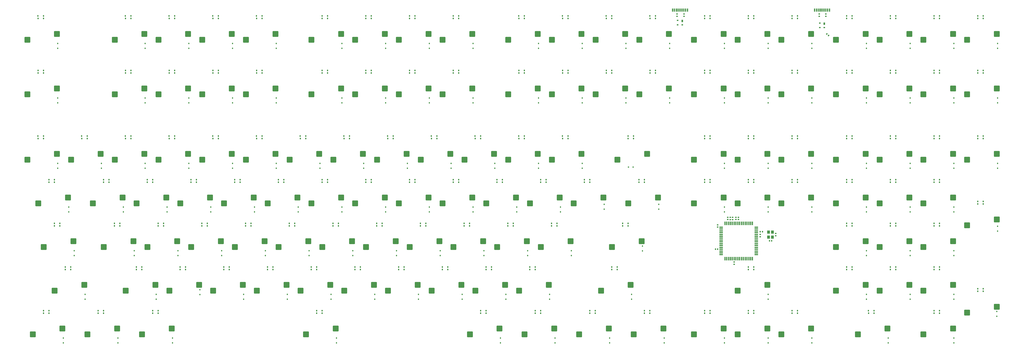
<source format=gbr>
%TF.GenerationSoftware,KiCad,Pcbnew,7.0.5*%
%TF.CreationDate,2023-06-20T21:05:11-04:00*%
%TF.ProjectId,100p-keebored,31303070-2d6b-4656-9562-6f7265642e6b,rev?*%
%TF.SameCoordinates,Original*%
%TF.FileFunction,Paste,Bot*%
%TF.FilePolarity,Positive*%
%FSLAX46Y46*%
G04 Gerber Fmt 4.6, Leading zero omitted, Abs format (unit mm)*
G04 Created by KiCad (PCBNEW 7.0.5) date 2023-06-20 21:05:11*
%MOMM*%
%LPD*%
G01*
G04 APERTURE LIST*
G04 Aperture macros list*
%AMRoundRect*
0 Rectangle with rounded corners*
0 $1 Rounding radius*
0 $2 $3 $4 $5 $6 $7 $8 $9 X,Y pos of 4 corners*
0 Add a 4 corners polygon primitive as box body*
4,1,4,$2,$3,$4,$5,$6,$7,$8,$9,$2,$3,0*
0 Add four circle primitives for the rounded corners*
1,1,$1+$1,$2,$3*
1,1,$1+$1,$4,$5*
1,1,$1+$1,$6,$7*
1,1,$1+$1,$8,$9*
0 Add four rect primitives between the rounded corners*
20,1,$1+$1,$2,$3,$4,$5,0*
20,1,$1+$1,$4,$5,$6,$7,0*
20,1,$1+$1,$6,$7,$8,$9,0*
20,1,$1+$1,$8,$9,$2,$3,0*%
G04 Aperture macros list end*
%ADD10RoundRect,0.250000X1.025000X1.000000X-1.025000X1.000000X-1.025000X-1.000000X1.025000X-1.000000X0*%
%ADD11RoundRect,0.112500X0.112500X-0.187500X0.112500X0.187500X-0.112500X0.187500X-0.112500X-0.187500X0*%
%ADD12RoundRect,0.118750X0.118750X0.231250X-0.118750X0.231250X-0.118750X-0.231250X0.118750X-0.231250X0*%
%ADD13RoundRect,0.125000X0.125000X0.225000X-0.125000X0.225000X-0.125000X-0.225000X0.125000X-0.225000X0*%
%ADD14RoundRect,0.118750X-0.118750X-0.231250X0.118750X-0.231250X0.118750X0.231250X-0.118750X0.231250X0*%
%ADD15RoundRect,0.125000X-0.125000X-0.225000X0.125000X-0.225000X0.125000X0.225000X-0.125000X0.225000X0*%
%ADD16RoundRect,0.135000X-0.185000X0.135000X-0.185000X-0.135000X0.185000X-0.135000X0.185000X0.135000X0*%
%ADD17RoundRect,0.135000X0.185000X-0.135000X0.185000X0.135000X-0.185000X0.135000X-0.185000X-0.135000X0*%
%ADD18RoundRect,0.140000X0.170000X-0.140000X0.170000X0.140000X-0.170000X0.140000X-0.170000X-0.140000X0*%
%ADD19RoundRect,0.140000X-0.170000X0.140000X-0.170000X-0.140000X0.170000X-0.140000X0.170000X0.140000X0*%
%ADD20R,0.700000X1.000000*%
%ADD21R,0.700000X0.600000*%
%ADD22RoundRect,0.140000X0.140000X0.170000X-0.140000X0.170000X-0.140000X-0.170000X0.140000X-0.170000X0*%
%ADD23R,0.600000X1.450000*%
%ADD24R,0.300000X1.450000*%
%ADD25R,0.550000X1.500000*%
%ADD26R,1.500000X0.550000*%
%ADD27RoundRect,0.135000X0.135000X0.185000X-0.135000X0.185000X-0.135000X-0.185000X0.135000X-0.185000X0*%
%ADD28RoundRect,0.135000X0.226274X0.035355X0.035355X0.226274X-0.226274X-0.035355X-0.035355X-0.226274X0*%
%ADD29R,1.200000X1.400000*%
%ADD30RoundRect,0.112500X-0.187500X-0.112500X0.187500X-0.112500X0.187500X0.112500X-0.187500X0.112500X0*%
G04 APERTURE END LIST*
D10*
%TO.C,SW10*%
X262736000Y-79044800D03*
X249809000Y-81584800D03*
%TD*%
%TO.C,SW127*%
X410373500Y-207632300D03*
X397446500Y-210172300D03*
%TD*%
%TO.C,SW96*%
X336554750Y-169532300D03*
X323627750Y-172072300D03*
%TD*%
%TO.C,SW78*%
X391323500Y-150482300D03*
X378396500Y-153022300D03*
%TD*%
%TO.C,SW115*%
X472286000Y-188582300D03*
X459359000Y-191122300D03*
%TD*%
%TO.C,SW73*%
X281786000Y-150482300D03*
X268859000Y-153022300D03*
%TD*%
%TO.C,SW50*%
X234161000Y-131432300D03*
X221234000Y-133972300D03*
%TD*%
%TO.C,SW69*%
X205586000Y-150482300D03*
X192659000Y-153022300D03*
%TD*%
%TO.C,SW19*%
X453236000Y-79044800D03*
X440309000Y-81584800D03*
%TD*%
%TO.C,SW125*%
X372273500Y-207632300D03*
X359346500Y-210172300D03*
%TD*%
%TO.C,SW76*%
X343698500Y-150482300D03*
X330771500Y-153022300D03*
%TD*%
%TO.C,SW4*%
X138911000Y-79044800D03*
X125984000Y-81584800D03*
%TD*%
%TO.C,SW51*%
X253211000Y-131432300D03*
X240284000Y-133972300D03*
%TD*%
%TO.C,SW12*%
X310361000Y-79044800D03*
X297434000Y-81584800D03*
%TD*%
%TO.C,SW71*%
X243686000Y-150482300D03*
X230759000Y-153022300D03*
%TD*%
%TO.C,SW126*%
X391323500Y-207632300D03*
X378396500Y-210172300D03*
%TD*%
%TO.C,SW119*%
X131767250Y-207632300D03*
X118840250Y-210172300D03*
%TD*%
%TO.C,SW107*%
X238923500Y-188582300D03*
X225996500Y-191122300D03*
%TD*%
%TO.C,SW27*%
X205586000Y-102857300D03*
X192659000Y-105397300D03*
%TD*%
%TO.C,SW48*%
X196061000Y-131432300D03*
X183134000Y-133972300D03*
%TD*%
%TO.C,SW81*%
X453236000Y-150482300D03*
X440309000Y-153022300D03*
%TD*%
%TO.C,SW24*%
X138911000Y-102857300D03*
X125984000Y-105397300D03*
%TD*%
%TO.C,SW62*%
X491336000Y-131432300D03*
X478409000Y-133972300D03*
%TD*%
%TO.C,SW23*%
X119861000Y-102857300D03*
X106934000Y-105397300D03*
%TD*%
%TO.C,SW88*%
X172248500Y-169532300D03*
X159321500Y-172072300D03*
%TD*%
%TO.C,SW105*%
X200823500Y-188582300D03*
X187896500Y-191122300D03*
%TD*%
%TO.C,SW8*%
X224636000Y-79044800D03*
X211709000Y-81584800D03*
%TD*%
%TO.C,SW117*%
X84142250Y-207632300D03*
X71215250Y-210172300D03*
%TD*%
%TO.C,SW79*%
X410373500Y-150482300D03*
X397446500Y-153022300D03*
%TD*%
%TO.C,SW66*%
X148436000Y-150482300D03*
X135509000Y-153022300D03*
%TD*%
%TO.C,SW30*%
X262736000Y-102857300D03*
X249809000Y-105397300D03*
%TD*%
%TO.C,SW87*%
X153198500Y-169532300D03*
X140271500Y-172072300D03*
%TD*%
%TO.C,SW68*%
X186536000Y-150482300D03*
X173609000Y-153022300D03*
%TD*%
%TO.C,SW15*%
X372273500Y-79044800D03*
X359346500Y-81584800D03*
%TD*%
%TO.C,SW25*%
X157961000Y-102857300D03*
X145034000Y-105397300D03*
%TD*%
%TO.C,SW89*%
X191298500Y-169532300D03*
X178371500Y-172072300D03*
%TD*%
%TO.C,SW39*%
X453236000Y-102857300D03*
X440309000Y-105397300D03*
%TD*%
%TO.C,SW102*%
X143673500Y-188582300D03*
X130746500Y-191122300D03*
%TD*%
%TO.C,SW70*%
X224636000Y-150482300D03*
X211709000Y-153022300D03*
%TD*%
%TO.C,SW77*%
X372273500Y-150482300D03*
X359346500Y-153022300D03*
%TD*%
%TO.C,SW59*%
X434186000Y-131432300D03*
X421259000Y-133972300D03*
%TD*%
%TO.C,SW114*%
X453236000Y-188582300D03*
X440309000Y-191122300D03*
%TD*%
%TO.C,SW11*%
X291311000Y-79044800D03*
X278384000Y-81584800D03*
%TD*%
%TO.C,SW22*%
X81761000Y-102857300D03*
X68834000Y-105397300D03*
%TD*%
%TO.C,SW61*%
X472286000Y-131432300D03*
X459359000Y-133972300D03*
%TD*%
%TO.C,SW6*%
X177011000Y-79044800D03*
X164084000Y-81584800D03*
%TD*%
%TO.C,SW97*%
X434186000Y-169532300D03*
X421259000Y-172072300D03*
%TD*%
%TO.C,SW21*%
X491336000Y-79044800D03*
X478409000Y-81584800D03*
%TD*%
%TO.C,SW29*%
X243686000Y-102857300D03*
X230759000Y-105397300D03*
%TD*%
%TO.C,SW63*%
X86523500Y-150482300D03*
X73596500Y-153022300D03*
%TD*%
%TO.C,SW124*%
X346079750Y-207632300D03*
X333152750Y-210172300D03*
%TD*%
%TO.C,SW17*%
X410373500Y-79044800D03*
X397446500Y-81584800D03*
%TD*%
%TO.C,SW49*%
X215111000Y-131432300D03*
X202184000Y-133972300D03*
%TD*%
%TO.C,SW122*%
X298454750Y-207632300D03*
X285527750Y-210172300D03*
%TD*%
%TO.C,SW16*%
X391323500Y-79044800D03*
X378396500Y-81584800D03*
%TD*%
%TO.C,SW120*%
X203204750Y-207632300D03*
X190277750Y-210172300D03*
%TD*%
%TO.C,SW26*%
X177011000Y-102857300D03*
X164084000Y-105397300D03*
%TD*%
%TO.C,SW82*%
X472286000Y-150482300D03*
X459359000Y-153022300D03*
%TD*%
%TO.C,SW58*%
X410373500Y-131432300D03*
X397446500Y-133972300D03*
%TD*%
%TO.C,SW86*%
X134148500Y-169532300D03*
X121221500Y-172072300D03*
%TD*%
%TO.C,SW84*%
X88904750Y-169532300D03*
X75977750Y-172072300D03*
%TD*%
%TO.C,SW37*%
X410373500Y-102857300D03*
X397446500Y-105397300D03*
%TD*%
%TO.C,SW90*%
X210348500Y-169532300D03*
X197421500Y-172072300D03*
%TD*%
%TO.C,SW9*%
X243686000Y-79044800D03*
X230759000Y-81584800D03*
%TD*%
%TO.C,SW18*%
X434186000Y-79044800D03*
X421259000Y-81584800D03*
%TD*%
%TO.C,SW35*%
X372273500Y-102857300D03*
X359346500Y-105397300D03*
%TD*%
%TO.C,SW34*%
X348461000Y-102857300D03*
X335534000Y-105397300D03*
%TD*%
%TO.C,SW121*%
X274642250Y-207632300D03*
X261715250Y-210172300D03*
%TD*%
%TO.C,SW46*%
X157961000Y-131432300D03*
X145034000Y-133972300D03*
%TD*%
%TO.C,SW74*%
X300836000Y-150482300D03*
X287909000Y-153022300D03*
%TD*%
%TO.C,SW47*%
X177011000Y-131432300D03*
X164084000Y-133972300D03*
%TD*%
%TO.C,SW80*%
X434186000Y-150482300D03*
X421259000Y-153022300D03*
%TD*%
%TO.C,SW32*%
X310361000Y-102857300D03*
X297434000Y-105397300D03*
%TD*%
%TO.C,SW110*%
X296073500Y-188582300D03*
X283146500Y-191122300D03*
%TD*%
%TO.C,SW129*%
X472286000Y-207632300D03*
X459359000Y-210172300D03*
%TD*%
%TO.C,SW123*%
X322267250Y-207632300D03*
X309340250Y-210172300D03*
%TD*%
%TO.C,SW98*%
X453236000Y-169532300D03*
X440309000Y-172072300D03*
%TD*%
%TO.C,SW95*%
X305598500Y-169532300D03*
X292671500Y-172072300D03*
%TD*%
%TO.C,SW14*%
X348461000Y-79044800D03*
X335534000Y-81584800D03*
%TD*%
%TO.C,SW57*%
X391323500Y-131432300D03*
X378396500Y-133972300D03*
%TD*%
%TO.C,SW104*%
X181773500Y-188582300D03*
X168846500Y-191122300D03*
%TD*%
%TO.C,SW13*%
X329411000Y-79044800D03*
X316484000Y-81584800D03*
%TD*%
%TO.C,SW112*%
X391323480Y-188582272D03*
X378396480Y-191122272D03*
%TD*%
%TO.C,SW100*%
X93667250Y-188582300D03*
X80740250Y-191122300D03*
%TD*%
%TO.C,SW99*%
X472286000Y-169532300D03*
X459359000Y-172072300D03*
%TD*%
%TO.C,SW45*%
X138911000Y-131432300D03*
X125984000Y-133972300D03*
%TD*%
%TO.C,SW5*%
X157961000Y-79044800D03*
X145034000Y-81584800D03*
%TD*%
%TO.C,SW94*%
X286548500Y-169532300D03*
X273621500Y-172072300D03*
%TD*%
%TO.C,SW101*%
X124623500Y-188582300D03*
X111696500Y-191122300D03*
%TD*%
%TO.C,SW56*%
X372273500Y-131432300D03*
X359346500Y-133972300D03*
%TD*%
%TO.C,SW28*%
X224636000Y-102857300D03*
X211709000Y-105397300D03*
%TD*%
%TO.C,SW43*%
X100811000Y-131432300D03*
X87884000Y-133972300D03*
%TD*%
%TO.C,SW31*%
X291311000Y-102857300D03*
X278384000Y-105397300D03*
%TD*%
%TO.C,SW52*%
X272261000Y-131432300D03*
X259334000Y-133972300D03*
%TD*%
%TO.C,SW103*%
X162723500Y-188582300D03*
X149796500Y-191122300D03*
%TD*%
%TO.C,SW91*%
X229398500Y-169532300D03*
X216471500Y-172072300D03*
%TD*%
%TO.C,SW36*%
X391323500Y-102857300D03*
X378396500Y-105397300D03*
%TD*%
%TO.C,SW44*%
X119861000Y-131432300D03*
X106934000Y-133972300D03*
%TD*%
%TO.C,SW111*%
X331792250Y-188582300D03*
X318865250Y-191122300D03*
%TD*%
%TO.C,SW85*%
X115098500Y-169532300D03*
X102171500Y-172072300D03*
%TD*%
%TO.C,SW54*%
X310361000Y-131432300D03*
X297434000Y-133972300D03*
%TD*%
%TO.C,SW41*%
X491336000Y-102857300D03*
X478409000Y-105397300D03*
%TD*%
%TO.C,SW93*%
X267498500Y-169532300D03*
X254571500Y-172072300D03*
%TD*%
%TO.C,SW118*%
X107954750Y-207632300D03*
X95027750Y-210172300D03*
%TD*%
%TO.C,SW75*%
X319886000Y-150482300D03*
X306959000Y-153022300D03*
%TD*%
%TO.C,SW55*%
X338936000Y-131432300D03*
X326009000Y-133972300D03*
%TD*%
%TO.C,SW42*%
X81761000Y-131432300D03*
X68834000Y-133972300D03*
%TD*%
%TO.C,SW109*%
X277023500Y-188582300D03*
X264096500Y-191122300D03*
%TD*%
%TO.C,SW83*%
X491336000Y-160007300D03*
X478409000Y-162547300D03*
%TD*%
%TO.C,SW72*%
X262736000Y-150482300D03*
X249809000Y-153022300D03*
%TD*%
%TO.C,SW20*%
X472286000Y-79044800D03*
X459359000Y-81584800D03*
%TD*%
%TO.C,SW128*%
X443711000Y-207632300D03*
X430784000Y-210172300D03*
%TD*%
%TO.C,SW67*%
X167486000Y-150482300D03*
X154559000Y-153022300D03*
%TD*%
%TO.C,SW53*%
X291311000Y-131432300D03*
X278384000Y-133972300D03*
%TD*%
%TO.C,SW92*%
X248448500Y-169532300D03*
X235521500Y-172072300D03*
%TD*%
%TO.C,SW108*%
X257973500Y-188582300D03*
X245046500Y-191122300D03*
%TD*%
%TO.C,SW1*%
X81761000Y-79044800D03*
X68834000Y-81584800D03*
%TD*%
%TO.C,SW3*%
X119861000Y-79044800D03*
X106934000Y-81584800D03*
%TD*%
%TO.C,SW113*%
X434186000Y-188582300D03*
X421259000Y-191122300D03*
%TD*%
%TO.C,SW65*%
X129386000Y-150482300D03*
X116459000Y-153022300D03*
%TD*%
%TO.C,SW60*%
X453236000Y-131432300D03*
X440309000Y-133972300D03*
%TD*%
%TO.C,SW33*%
X329411000Y-102857300D03*
X316484000Y-105397300D03*
%TD*%
%TO.C,SW64*%
X110336000Y-150482300D03*
X97409000Y-153022300D03*
%TD*%
%TO.C,SW40*%
X472286000Y-102857300D03*
X459359000Y-105397300D03*
%TD*%
%TO.C,SW116*%
X491336000Y-198107300D03*
X478409000Y-200647300D03*
%TD*%
%TO.C,SW106*%
X219873500Y-188582300D03*
X206946500Y-191122300D03*
%TD*%
%TO.C,SW38*%
X434186000Y-102857300D03*
X421259000Y-105397300D03*
%TD*%
%TO.C,SW7*%
X205586000Y-79044800D03*
X192659000Y-81584800D03*
%TD*%
D11*
%TO.C,D50*%
X234517224Y-137681276D03*
X234517224Y-135581276D03*
%TD*%
%TO.C,D16*%
X391679592Y-85293820D03*
X391679592Y-83193820D03*
%TD*%
%TO.C,D91*%
X229754728Y-175781244D03*
X229754728Y-173681244D03*
%TD*%
%TO.C,D6*%
X177367272Y-85293820D03*
X177367272Y-83193820D03*
%TD*%
%TO.C,D88*%
X172604776Y-175781244D03*
X172604776Y-173681244D03*
%TD*%
D12*
%TO.C,D250*%
X225888292Y-124679680D03*
X228263292Y-124679680D03*
X228263292Y-123579680D03*
D13*
X225875792Y-123579680D03*
%TD*%
D14*
%TO.C,D230*%
X323513212Y-95004704D03*
X321138212Y-95004704D03*
X321138212Y-96104704D03*
D15*
X323525712Y-96104704D03*
%TD*%
D11*
%TO.C,D77*%
X372629608Y-156731260D03*
X372629608Y-154631260D03*
%TD*%
D12*
%TO.C,D206*%
X168738340Y-72292224D03*
X171113340Y-72292224D03*
X171113340Y-71192224D03*
D13*
X168725840Y-71192224D03*
%TD*%
D14*
%TO.C,D312*%
X175875836Y-180729632D03*
X173500836Y-180729632D03*
X173500836Y-181829632D03*
D15*
X175888336Y-181829632D03*
%TD*%
D11*
%TO.C,D33*%
X329767144Y-109106300D03*
X329767144Y-107006300D03*
%TD*%
D16*
%TO.C,R5*%
X375159419Y-159040916D03*
X375159419Y-160060916D03*
%TD*%
D14*
%TO.C,D301*%
X466388092Y-180729632D03*
X464013092Y-180729632D03*
X464013092Y-181829632D03*
D15*
X466400592Y-181829632D03*
%TD*%
D11*
%TO.C,D35*%
X372629608Y-109106300D03*
X372629608Y-107006300D03*
%TD*%
D12*
%TO.C,D204*%
X130638372Y-72292224D03*
X133013372Y-72292224D03*
X133013372Y-71192224D03*
D13*
X130625872Y-71192224D03*
%TD*%
D12*
%TO.C,D260*%
X444963108Y-124679680D03*
X447338108Y-124679680D03*
X447338108Y-123579680D03*
D13*
X444950608Y-123579680D03*
%TD*%
D11*
%TO.C,D129*%
X472642024Y-213881212D03*
X472642024Y-211781212D03*
%TD*%
%TO.C,D63*%
X86879848Y-156731260D03*
X86879848Y-154631260D03*
%TD*%
D14*
%TO.C,D228*%
X366375676Y-95004704D03*
X364000676Y-95004704D03*
X364000676Y-96104704D03*
D15*
X366388176Y-96104704D03*
%TD*%
D11*
%TO.C,D118*%
X108311080Y-213881212D03*
X108311080Y-211781212D03*
%TD*%
D14*
%TO.C,D274*%
X256838268Y-142629664D03*
X254463268Y-142629664D03*
X254463268Y-143729664D03*
D15*
X256850768Y-143729664D03*
%TD*%
D12*
%TO.C,D286*%
X125875876Y-162779648D03*
X128250876Y-162779648D03*
X128250876Y-161679648D03*
D13*
X125863376Y-161679648D03*
%TD*%
D11*
%TO.C,D42*%
X82117352Y-137681276D03*
X82117352Y-135581276D03*
%TD*%
%TO.C,D102*%
X144029800Y-192747636D03*
X144029800Y-190647636D03*
%TD*%
D12*
%TO.C,D324*%
X337806948Y-200879616D03*
X340181948Y-200879616D03*
X340181948Y-199779616D03*
D13*
X337794448Y-199779616D03*
%TD*%
D11*
%TO.C,D120*%
X203561000Y-213881212D03*
X203561000Y-211781212D03*
%TD*%
D12*
%TO.C,D246*%
X149688356Y-124679680D03*
X152063356Y-124679680D03*
X152063356Y-123579680D03*
D13*
X149675856Y-123579680D03*
%TD*%
D12*
%TO.C,D242*%
X73488420Y-124679680D03*
X75863420Y-124679680D03*
X75863420Y-123579680D03*
D13*
X73475920Y-123579680D03*
%TD*%
D11*
%TO.C,D62*%
X491692008Y-137681276D03*
X491692008Y-135581276D03*
%TD*%
D12*
%TO.C,D292*%
X240175780Y-162779648D03*
X242550780Y-162779648D03*
X242550780Y-161679648D03*
D13*
X240163280Y-161679648D03*
%TD*%
D11*
%TO.C,D24*%
X139267304Y-109106300D03*
X139267304Y-107006300D03*
%TD*%
%TO.C,D48*%
X196417256Y-137681276D03*
X196417256Y-135581276D03*
%TD*%
%TO.C,D123*%
X322623400Y-213881212D03*
X322623400Y-211781212D03*
%TD*%
%TO.C,D115*%
X472642024Y-194831228D03*
X472642024Y-192731228D03*
%TD*%
D14*
%TO.C,D305*%
X325894460Y-180729632D03*
X323519460Y-180729632D03*
X323519460Y-181829632D03*
D15*
X325906960Y-181829632D03*
%TD*%
D17*
%TO.C,R6*%
X376892911Y-179570788D03*
X376892911Y-178550788D03*
%TD*%
D11*
%TO.C,D125*%
X372629608Y-213881212D03*
X372629608Y-211781212D03*
%TD*%
%TO.C,D43*%
X101167336Y-137681276D03*
X101167336Y-135581276D03*
%TD*%
D14*
%TO.C,D236*%
X199688316Y-95004704D03*
X197313316Y-95004704D03*
X197313316Y-96104704D03*
D15*
X199700816Y-96104704D03*
%TD*%
D11*
%TO.C,D126*%
X391679592Y-213881212D03*
X391679592Y-211781212D03*
%TD*%
D14*
%TO.C,D304*%
X385425660Y-180729632D03*
X383050660Y-180729632D03*
X383050660Y-181829632D03*
D15*
X385438160Y-181829632D03*
%TD*%
D11*
%TO.C,D128*%
X444067048Y-213881212D03*
X444067048Y-211781212D03*
%TD*%
%TO.C,D69*%
X205942248Y-156731260D03*
X205942248Y-154631260D03*
%TD*%
%TO.C,D82*%
X472642024Y-156731260D03*
X472642024Y-154631260D03*
%TD*%
D14*
%TO.C,D275*%
X237788284Y-142629664D03*
X235413284Y-142629664D03*
X235413284Y-143729664D03*
D15*
X237800784Y-143729664D03*
%TD*%
D11*
%TO.C,D28*%
X224992232Y-109106300D03*
X224992232Y-107006300D03*
%TD*%
D18*
%TO.C,C1*%
X394967220Y-167104000D03*
X394967220Y-166144000D03*
%TD*%
D11*
%TO.C,D26*%
X177367272Y-109106300D03*
X177367272Y-107006300D03*
%TD*%
%TO.C,D112*%
X391679592Y-194831228D03*
X391679592Y-192731228D03*
%TD*%
D18*
%TO.C,C4*%
X374117623Y-160030916D03*
X374117623Y-159070916D03*
%TD*%
D14*
%TO.C,D279*%
X161588348Y-142629664D03*
X159213348Y-142629664D03*
X159213348Y-143729664D03*
D15*
X161600848Y-143729664D03*
%TD*%
D11*
%TO.C,D22*%
X82117352Y-109106300D03*
X82117352Y-107006300D03*
%TD*%
D12*
%TO.C,D262*%
X483063076Y-124679680D03*
X485438076Y-124679680D03*
X485438076Y-123579680D03*
D13*
X483050576Y-123579680D03*
%TD*%
D19*
%TO.C,C8*%
X377689495Y-159070916D03*
X377689495Y-160030916D03*
%TD*%
D11*
%TO.C,D96*%
X336910888Y-173697652D03*
X336910888Y-171597652D03*
%TD*%
D12*
%TO.C,D257*%
X383050660Y-124679680D03*
X385425660Y-124679680D03*
X385425660Y-123579680D03*
D13*
X383038160Y-123579680D03*
%TD*%
D12*
%TO.C,D291*%
X221125796Y-162779648D03*
X223500796Y-162779648D03*
X223500796Y-161679648D03*
D13*
X221113296Y-161679648D03*
%TD*%
D11*
%TO.C,D114*%
X453592040Y-194831228D03*
X453592040Y-192731228D03*
%TD*%
D14*
%TO.C,D270*%
X337800700Y-142629664D03*
X335425700Y-142629664D03*
X335425700Y-143729664D03*
D15*
X337813200Y-143729664D03*
%TD*%
D14*
%TO.C,D232*%
X285413244Y-95004704D03*
X283038244Y-95004704D03*
X283038244Y-96104704D03*
D15*
X285425744Y-96104704D03*
%TD*%
D12*
%TO.C,D220*%
X464013092Y-72292224D03*
X466388092Y-72292224D03*
X466388092Y-71192224D03*
D13*
X464000592Y-71192224D03*
%TD*%
D12*
%TO.C,D217*%
X402100644Y-72292224D03*
X404475644Y-72292224D03*
X404475644Y-71192224D03*
D13*
X402088144Y-71192224D03*
%TD*%
D11*
%TO.C,D3*%
X120217320Y-85293820D03*
X120217320Y-83193820D03*
%TD*%
D14*
%TO.C,D272*%
X294938236Y-142629664D03*
X292563236Y-142629664D03*
X292563236Y-143729664D03*
D15*
X294950736Y-143729664D03*
%TD*%
D11*
%TO.C,D103*%
X163079784Y-194831228D03*
X163079784Y-192731228D03*
%TD*%
D12*
%TO.C,D327*%
X402100644Y-200879616D03*
X404475644Y-200879616D03*
X404475644Y-199779616D03*
D13*
X402088144Y-199779616D03*
%TD*%
D11*
%TO.C,D23*%
X120217320Y-109106300D03*
X120217320Y-107006300D03*
%TD*%
D12*
%TO.C,D245*%
X130638372Y-124679680D03*
X133013372Y-124679680D03*
X133013372Y-123579680D03*
D13*
X130625872Y-123579680D03*
%TD*%
D20*
%TO.C,D200*%
X354282250Y-73373550D03*
D21*
X354282250Y-75073550D03*
X352282250Y-75073550D03*
X352282250Y-73173550D03*
%TD*%
D11*
%TO.C,D73*%
X282142184Y-156731260D03*
X282142184Y-154631260D03*
%TD*%
D14*
%TO.C,D240*%
X113963388Y-95004704D03*
X111588388Y-95004704D03*
X111588388Y-96104704D03*
D15*
X113975888Y-96104704D03*
%TD*%
D12*
%TO.C,D252*%
X263988260Y-124679680D03*
X266363260Y-124679680D03*
X266363260Y-123579680D03*
D13*
X263975760Y-123579680D03*
%TD*%
D11*
%TO.C,D104*%
X182129768Y-194831228D03*
X182129768Y-192731228D03*
%TD*%
D14*
%TO.C,D306*%
X290175740Y-180729632D03*
X287800740Y-180729632D03*
X287800740Y-181829632D03*
D15*
X290188240Y-181829632D03*
%TD*%
D14*
%TO.C,D303*%
X428288124Y-180729632D03*
X425913124Y-180729632D03*
X425913124Y-181829632D03*
D15*
X428300624Y-181829632D03*
%TD*%
D11*
%TO.C,D44*%
X120217320Y-137681276D03*
X120217320Y-135581276D03*
%TD*%
D12*
%TO.C,D293*%
X259225764Y-162779648D03*
X261600764Y-162779648D03*
X261600764Y-161679648D03*
D13*
X259213264Y-161679648D03*
%TD*%
D11*
%TO.C,D40*%
X472642024Y-109106300D03*
X472642024Y-107006300D03*
%TD*%
%TO.C,D45*%
X139267304Y-137681276D03*
X139267304Y-135581276D03*
%TD*%
%TO.C,D81*%
X453592040Y-156731260D03*
X453592040Y-154631260D03*
%TD*%
%TO.C,D111*%
X332148392Y-194831228D03*
X332148392Y-192731228D03*
%TD*%
%TO.C,D7*%
X205942248Y-85293820D03*
X205942248Y-83193820D03*
%TD*%
D12*
%TO.C,D244*%
X111588388Y-124679680D03*
X113963388Y-124679680D03*
X113963388Y-123579680D03*
D13*
X111575888Y-123579680D03*
%TD*%
D16*
%TO.C,R4*%
X376201215Y-159040916D03*
X376201215Y-160060916D03*
%TD*%
D11*
%TO.C,D19*%
X453592040Y-85293820D03*
X453592040Y-83193820D03*
%TD*%
D14*
%TO.C,D264*%
X466388092Y-142629664D03*
X464013092Y-142629664D03*
X464013092Y-143729664D03*
D15*
X466400592Y-143729664D03*
%TD*%
D14*
%TO.C,D307*%
X271125756Y-180729632D03*
X268750756Y-180729632D03*
X268750756Y-181829632D03*
D15*
X271138256Y-181829632D03*
%TD*%
D14*
%TO.C,D226*%
X404475644Y-95004704D03*
X402100644Y-95004704D03*
X402100644Y-96104704D03*
D15*
X404488144Y-96104704D03*
%TD*%
D11*
%TO.C,D41*%
X491692008Y-109106300D03*
X491692008Y-107006300D03*
%TD*%
D12*
%TO.C,D205*%
X149688356Y-72292224D03*
X152063356Y-72292224D03*
X152063356Y-71192224D03*
D13*
X149675856Y-71192224D03*
%TD*%
D11*
%TO.C,D49*%
X215467240Y-137681276D03*
X215467240Y-135581276D03*
%TD*%
%TO.C,D67*%
X167842280Y-156731260D03*
X167842280Y-154631260D03*
%TD*%
%TO.C,D74*%
X301192168Y-156731260D03*
X301192168Y-154631260D03*
%TD*%
D12*
%TO.C,D247*%
X168738340Y-124679680D03*
X171113340Y-124679680D03*
X171113340Y-123579680D03*
D13*
X168725840Y-123579680D03*
%TD*%
D11*
%TO.C,D85*%
X115454824Y-175781244D03*
X115454824Y-173681244D03*
%TD*%
D14*
%TO.C,D266*%
X428288124Y-142629664D03*
X425913124Y-142629664D03*
X425913124Y-143729664D03*
D15*
X428300624Y-143729664D03*
%TD*%
D22*
%TO.C,C7*%
X369686299Y-172945436D03*
X368726299Y-172945436D03*
%TD*%
D14*
%TO.C,D224*%
X447338108Y-95004704D03*
X444963108Y-95004704D03*
X444963108Y-96104704D03*
D15*
X447350608Y-96104704D03*
%TD*%
D11*
%TO.C,D66*%
X148792296Y-156731260D03*
X148792296Y-154631260D03*
%TD*%
D14*
%TO.C,D223*%
X466388092Y-95004704D03*
X464013092Y-95004704D03*
X464013092Y-96104704D03*
D15*
X466400592Y-96104704D03*
%TD*%
D11*
%TO.C,D10*%
X263092200Y-85293820D03*
X263092200Y-83193820D03*
%TD*%
%TO.C,D70*%
X224992232Y-156731260D03*
X224992232Y-154631260D03*
%TD*%
%TO.C,D99*%
X472642024Y-175781244D03*
X472642024Y-173681244D03*
%TD*%
D14*
%TO.C,D271*%
X313988220Y-142629664D03*
X311613220Y-142629664D03*
X311613220Y-143729664D03*
D15*
X314000720Y-143729664D03*
%TD*%
D11*
%TO.C,D57*%
X391679592Y-137681276D03*
X391679592Y-135581276D03*
%TD*%
%TO.C,D15*%
X372629608Y-85293820D03*
X372629608Y-83193820D03*
%TD*%
D12*
%TO.C,D248*%
X187788324Y-124679680D03*
X190163324Y-124679680D03*
X190163324Y-123579680D03*
D13*
X187775824Y-123579680D03*
%TD*%
D14*
%TO.C,D269*%
X366375676Y-142629664D03*
X364000676Y-142629664D03*
X364000676Y-143729664D03*
D15*
X366388176Y-143729664D03*
%TD*%
D12*
%TO.C,D325*%
X364000676Y-200879616D03*
X366375676Y-200879616D03*
X366375676Y-199779616D03*
D13*
X363988176Y-199779616D03*
%TD*%
D16*
%TO.C,R3*%
X355036000Y-70332300D03*
X355036000Y-71352300D03*
%TD*%
D11*
%TO.C,D116*%
X491394352Y-202272628D03*
X491394352Y-200172628D03*
%TD*%
%TO.C,D18*%
X434542056Y-85293820D03*
X434542056Y-83193820D03*
%TD*%
D14*
%TO.C,D309*%
X233025788Y-180729632D03*
X230650788Y-180729632D03*
X230650788Y-181829632D03*
D15*
X233038288Y-181829632D03*
%TD*%
D14*
%TO.C,D315*%
X118725884Y-180729632D03*
X116350884Y-180729632D03*
X116350884Y-181829632D03*
D15*
X118738384Y-181829632D03*
%TD*%
D11*
%TO.C,D9*%
X244042216Y-85293820D03*
X244042216Y-83193820D03*
%TD*%
%TO.C,D124*%
X346435880Y-213881212D03*
X346435880Y-211781212D03*
%TD*%
D12*
%TO.C,D208*%
X216363300Y-72292224D03*
X218738300Y-72292224D03*
X218738300Y-71192224D03*
D13*
X216350800Y-71192224D03*
%TD*%
D11*
%TO.C,D39*%
X453592040Y-109106300D03*
X453592040Y-107006300D03*
%TD*%
D12*
%TO.C,D254*%
X302088228Y-124679680D03*
X304463228Y-124679680D03*
X304463228Y-123579680D03*
D13*
X302075728Y-123579680D03*
%TD*%
D11*
%TO.C,D32*%
X310717160Y-109106300D03*
X310717160Y-107006300D03*
%TD*%
%TO.C,D110*%
X296429672Y-194831228D03*
X296429672Y-192731228D03*
%TD*%
%TO.C,D127*%
X410729576Y-213881212D03*
X410729576Y-211781212D03*
%TD*%
D12*
%TO.C,D258*%
X402100644Y-124679680D03*
X404475644Y-124679680D03*
X404475644Y-123579680D03*
D13*
X402088144Y-123579680D03*
%TD*%
D11*
%TO.C,D34*%
X348817128Y-109106300D03*
X348817128Y-107006300D03*
%TD*%
%TO.C,D36*%
X391679592Y-109106300D03*
X391679592Y-107006300D03*
%TD*%
D14*
%TO.C,D233*%
X256838268Y-95004704D03*
X254463268Y-95004704D03*
X254463268Y-96104704D03*
D15*
X256850768Y-96104704D03*
%TD*%
D12*
%TO.C,D294*%
X278275748Y-162779648D03*
X280650748Y-162779648D03*
X280650748Y-161679648D03*
D13*
X278263248Y-161679648D03*
%TD*%
D12*
%TO.C,D243*%
X92538404Y-124679680D03*
X94913404Y-124679680D03*
X94913404Y-123579680D03*
D13*
X92525904Y-123579680D03*
%TD*%
D12*
%TO.C,D253*%
X283038244Y-124679680D03*
X285413244Y-124679680D03*
X285413244Y-123579680D03*
D13*
X283025744Y-123579680D03*
%TD*%
D12*
%TO.C,D207*%
X197313316Y-72292224D03*
X199688316Y-72292224D03*
X199688316Y-71192224D03*
D13*
X197300816Y-71192224D03*
%TD*%
D14*
%TO.C,D231*%
X304463228Y-95004704D03*
X302088228Y-95004704D03*
X302088228Y-96104704D03*
D15*
X304475728Y-96104704D03*
%TD*%
D12*
%TO.C,D326*%
X383050660Y-200879616D03*
X385425660Y-200879616D03*
X385425660Y-199779616D03*
D13*
X383038160Y-199779616D03*
%TD*%
D11*
%TO.C,D76*%
X344054632Y-155540636D03*
X344054632Y-153440636D03*
%TD*%
D14*
%TO.C,D280*%
X142538364Y-142629664D03*
X140163364Y-142629664D03*
X140163364Y-143729664D03*
D15*
X142550864Y-143729664D03*
%TD*%
D14*
%TO.C,D316*%
X87769660Y-180729632D03*
X85394660Y-180729632D03*
X85394660Y-181829632D03*
D15*
X87782160Y-181829632D03*
%TD*%
D11*
%TO.C,D14*%
X348817128Y-85293820D03*
X348817128Y-83193820D03*
%TD*%
D12*
%TO.C,D218*%
X425913124Y-72292224D03*
X428288124Y-72292224D03*
X428288124Y-71192224D03*
D13*
X425900624Y-71192224D03*
%TD*%
D14*
%TO.C,D267*%
X404475644Y-142629664D03*
X402100644Y-142629664D03*
X402100644Y-143729664D03*
D15*
X404488144Y-143729664D03*
%TD*%
D14*
%TO.C,D238*%
X152063356Y-95004704D03*
X149688356Y-95004704D03*
X149688356Y-96104704D03*
D15*
X152075856Y-96104704D03*
%TD*%
D14*
%TO.C,D314*%
X137775868Y-180729632D03*
X135400868Y-180729632D03*
X135400868Y-181829632D03*
D15*
X137788368Y-181829632D03*
%TD*%
D18*
%TO.C,C6*%
X378731291Y-160030916D03*
X378731291Y-159070916D03*
%TD*%
D23*
%TO.C,J3*%
X411944750Y-68643550D03*
X412744750Y-68643550D03*
D24*
X413944750Y-68643550D03*
X414944750Y-68643550D03*
X415444750Y-68643550D03*
X416444750Y-68643550D03*
D23*
X417644750Y-68643550D03*
X418444750Y-68643550D03*
X418444750Y-68643550D03*
X417644750Y-68643550D03*
D24*
X416944750Y-68643550D03*
X415944750Y-68643550D03*
X414444750Y-68643550D03*
X413444750Y-68643550D03*
D23*
X412744750Y-68643550D03*
X411944750Y-68643550D03*
%TD*%
D12*
%TO.C,D290*%
X202075812Y-162779648D03*
X204450812Y-162779648D03*
X204450812Y-161679648D03*
D13*
X202063312Y-161679648D03*
%TD*%
D12*
%TO.C,D319*%
X123494628Y-200879616D03*
X125869628Y-200879616D03*
X125869628Y-199779616D03*
D13*
X123482128Y-199779616D03*
%TD*%
D12*
%TO.C,D329*%
X464013092Y-200879616D03*
X466388092Y-200879616D03*
X466388092Y-199779616D03*
D13*
X464000592Y-199779616D03*
%TD*%
D14*
%TO.C,D237*%
X171113340Y-95004704D03*
X168738340Y-95004704D03*
X168738340Y-96104704D03*
D15*
X171125840Y-96104704D03*
%TD*%
D11*
%TO.C,D84*%
X89261096Y-175781244D03*
X89261096Y-173681244D03*
%TD*%
%TO.C,D52*%
X272617192Y-137681276D03*
X272617192Y-135581276D03*
%TD*%
D12*
%TO.C,D299*%
X464013092Y-162779648D03*
X466388092Y-162779648D03*
X466388092Y-161679648D03*
D13*
X464000592Y-161679648D03*
%TD*%
D14*
%TO.C,D235*%
X218738300Y-95004704D03*
X216363300Y-95004704D03*
X216363300Y-96104704D03*
D15*
X218750800Y-96104704D03*
%TD*%
D11*
%TO.C,D51*%
X253567208Y-137681276D03*
X253567208Y-135581276D03*
%TD*%
%TO.C,D90*%
X210704744Y-175781244D03*
X210704744Y-173681244D03*
%TD*%
D14*
%TO.C,D277*%
X199688316Y-142629664D03*
X197313316Y-142629664D03*
X197313316Y-143729664D03*
D15*
X199700816Y-143729664D03*
%TD*%
D11*
%TO.C,D12*%
X310717160Y-85293820D03*
X310717160Y-83193820D03*
%TD*%
%TO.C,D108*%
X258329704Y-194831228D03*
X258329704Y-192731228D03*
%TD*%
%TO.C,D37*%
X410729576Y-109106300D03*
X410729576Y-107006300D03*
%TD*%
%TO.C,D86*%
X134504808Y-175781244D03*
X134504808Y-173681244D03*
%TD*%
%TO.C,D72*%
X263092200Y-156731260D03*
X263092200Y-154631260D03*
%TD*%
D12*
%TO.C,D212*%
X302088228Y-72292224D03*
X304463228Y-72292224D03*
X304463228Y-71192224D03*
D13*
X302075728Y-71192224D03*
%TD*%
D14*
%TO.C,D310*%
X213975804Y-180729632D03*
X211600804Y-180729632D03*
X211600804Y-181829632D03*
D15*
X213988304Y-181829632D03*
%TD*%
D16*
%TO.C,R7*%
X413956000Y-70339300D03*
X413956000Y-71359300D03*
%TD*%
D11*
%TO.C,D79*%
X410729576Y-156731260D03*
X410729576Y-154631260D03*
%TD*%
D12*
%TO.C,D289*%
X183025828Y-162779648D03*
X185400828Y-162779648D03*
X185400828Y-161679648D03*
D13*
X183013328Y-161679648D03*
%TD*%
D11*
%TO.C,D47*%
X177367272Y-137681276D03*
X177367272Y-135581276D03*
%TD*%
%TO.C,D83*%
X491692008Y-165065628D03*
X491692008Y-162965628D03*
%TD*%
%TO.C,D117*%
X84498600Y-213881212D03*
X84498600Y-211781212D03*
%TD*%
D12*
%TO.C,D259*%
X425913124Y-124679680D03*
X428288124Y-124679680D03*
X428288124Y-123579680D03*
D13*
X425900624Y-123579680D03*
%TD*%
D23*
%TO.C,J2*%
X350032250Y-68643550D03*
X350832250Y-68643550D03*
D24*
X352032250Y-68643550D03*
X353032250Y-68643550D03*
X353532250Y-68643550D03*
X354532250Y-68643550D03*
D23*
X355732250Y-68643550D03*
X356532250Y-68643550D03*
X356532250Y-68643550D03*
X355732250Y-68643550D03*
D24*
X355032250Y-68643550D03*
X354032250Y-68643550D03*
X352532250Y-68643550D03*
X351532250Y-68643550D03*
D23*
X350832250Y-68643550D03*
X350032250Y-68643550D03*
%TD*%
D11*
%TO.C,D60*%
X453592040Y-137681276D03*
X453592040Y-135581276D03*
%TD*%
D12*
%TO.C,D216*%
X383050660Y-72292224D03*
X385425660Y-72292224D03*
X385425660Y-71192224D03*
D13*
X383038160Y-71192224D03*
%TD*%
D11*
%TO.C,D5*%
X158317288Y-85293820D03*
X158317288Y-83193820D03*
%TD*%
D14*
%TO.C,D263*%
X485438076Y-152154656D03*
X483063076Y-152154656D03*
X483063076Y-153254656D03*
D15*
X485450576Y-153254656D03*
%TD*%
D14*
%TO.C,D311*%
X194925820Y-180729632D03*
X192550820Y-180729632D03*
X192550820Y-181829632D03*
D15*
X194938320Y-181829632D03*
%TD*%
D12*
%TO.C,D215*%
X364000676Y-72292224D03*
X366375676Y-72292224D03*
X366375676Y-71192224D03*
D13*
X363988176Y-71192224D03*
%TD*%
D12*
%TO.C,D297*%
X425913124Y-162779648D03*
X428288124Y-162779648D03*
X428288124Y-161679648D03*
D13*
X425900624Y-161679648D03*
%TD*%
D12*
%TO.C,D201*%
X73488420Y-72292224D03*
X75863420Y-72292224D03*
X75863420Y-71192224D03*
D13*
X73475920Y-71192224D03*
%TD*%
D25*
%TO.C,U1*%
X372880703Y-161673564D03*
X373680703Y-161673564D03*
X374480703Y-161673564D03*
X375280703Y-161673564D03*
X376080703Y-161673564D03*
X376880703Y-161673564D03*
X377680703Y-161673564D03*
X378480703Y-161673564D03*
X379280703Y-161673564D03*
X380080703Y-161673564D03*
X380880703Y-161673564D03*
X381680703Y-161673564D03*
X382480703Y-161673564D03*
X383280703Y-161673564D03*
X384080703Y-161673564D03*
X384880703Y-161673564D03*
D26*
X386580703Y-163373564D03*
X386580703Y-164173564D03*
X386580703Y-164973564D03*
X386580703Y-165773564D03*
X386580703Y-166573564D03*
X386580703Y-167373564D03*
X386580703Y-168173564D03*
X386580703Y-168973564D03*
X386580703Y-169773564D03*
X386580703Y-170573564D03*
X386580703Y-171373564D03*
X386580703Y-172173564D03*
X386580703Y-172973564D03*
X386580703Y-173773564D03*
X386580703Y-174573564D03*
X386580703Y-175373564D03*
D25*
X384880703Y-177073564D03*
X384080703Y-177073564D03*
X383280703Y-177073564D03*
X382480703Y-177073564D03*
X381680703Y-177073564D03*
X380880703Y-177073564D03*
X380080703Y-177073564D03*
X379280703Y-177073564D03*
X378480703Y-177073564D03*
X377680703Y-177073564D03*
X376880703Y-177073564D03*
X376080703Y-177073564D03*
X375280703Y-177073564D03*
X374480703Y-177073564D03*
X373680703Y-177073564D03*
X372880703Y-177073564D03*
D26*
X371180703Y-175373564D03*
X371180703Y-174573564D03*
X371180703Y-173773564D03*
X371180703Y-172973564D03*
X371180703Y-172173564D03*
X371180703Y-171373564D03*
X371180703Y-170573564D03*
X371180703Y-169773564D03*
X371180703Y-168973564D03*
X371180703Y-168173564D03*
X371180703Y-167373564D03*
X371180703Y-166573564D03*
X371180703Y-165773564D03*
X371180703Y-164973564D03*
X371180703Y-164173564D03*
X371180703Y-163373564D03*
%TD*%
D11*
%TO.C,D53*%
X291667176Y-137681276D03*
X291667176Y-135581276D03*
%TD*%
%TO.C,D46*%
X158317288Y-137681276D03*
X158317288Y-135581276D03*
%TD*%
D19*
%TO.C,C5*%
X388239000Y-166550400D03*
X388239000Y-167510400D03*
%TD*%
D11*
%TO.C,D56*%
X372629608Y-137681276D03*
X372629608Y-135581276D03*
%TD*%
%TO.C,D31*%
X291667176Y-109106300D03*
X291667176Y-107006300D03*
%TD*%
%TO.C,D121*%
X274998440Y-213881212D03*
X274998440Y-211781212D03*
%TD*%
D12*
%TO.C,D285*%
X106825892Y-162779648D03*
X109200892Y-162779648D03*
X109200892Y-161679648D03*
D13*
X106813392Y-161679648D03*
%TD*%
D16*
%TO.C,R2*%
X352036000Y-70332300D03*
X352036000Y-71352300D03*
%TD*%
D14*
%TO.C,D273*%
X275888252Y-142629664D03*
X273513252Y-142629664D03*
X273513252Y-143729664D03*
D15*
X275900752Y-143729664D03*
%TD*%
D12*
%TO.C,D322*%
X290181988Y-200879616D03*
X292556988Y-200879616D03*
X292556988Y-199779616D03*
D13*
X290169488Y-199779616D03*
%TD*%
D11*
%TO.C,D92*%
X248804712Y-175781244D03*
X248804712Y-173681244D03*
%TD*%
%TO.C,D106*%
X220229736Y-194831228D03*
X220229736Y-192731228D03*
%TD*%
D12*
%TO.C,D296*%
X328281956Y-162779648D03*
X330656956Y-162779648D03*
X330656956Y-161679648D03*
D13*
X328269456Y-161679648D03*
%TD*%
D12*
%TO.C,D203*%
X111588388Y-72292224D03*
X113963388Y-72292224D03*
X113963388Y-71192224D03*
D13*
X111575888Y-71192224D03*
%TD*%
D14*
%TO.C,D227*%
X385425660Y-95004704D03*
X383050660Y-95004704D03*
X383050660Y-96104704D03*
D15*
X385438160Y-96104704D03*
%TD*%
D14*
%TO.C,D225*%
X428288124Y-95004704D03*
X425913124Y-95004704D03*
X425913124Y-96104704D03*
D15*
X428300624Y-96104704D03*
%TD*%
D27*
%TO.C,R1*%
X389212767Y-165355208D03*
X388192767Y-165355208D03*
%TD*%
D12*
%TO.C,D328*%
X435438116Y-200879616D03*
X437813116Y-200879616D03*
X437813116Y-199779616D03*
D13*
X435425616Y-199779616D03*
%TD*%
D14*
%TO.C,D281*%
X123488380Y-142629664D03*
X121113380Y-142629664D03*
X121113380Y-143729664D03*
D15*
X123500880Y-143729664D03*
%TD*%
D14*
%TO.C,D268*%
X385425660Y-142629664D03*
X383050660Y-142629664D03*
X383050660Y-143729664D03*
D15*
X385438160Y-143729664D03*
%TD*%
D11*
%TO.C,D13*%
X329767144Y-85293820D03*
X329767144Y-83193820D03*
%TD*%
%TO.C,D64*%
X110692328Y-156731260D03*
X110692328Y-154631260D03*
%TD*%
D14*
%TO.C,D313*%
X156825852Y-180729632D03*
X154450852Y-180729632D03*
X154450852Y-181829632D03*
D15*
X156838352Y-181829632D03*
%TD*%
D12*
%TO.C,D249*%
X206838308Y-124679680D03*
X209213308Y-124679680D03*
X209213308Y-123579680D03*
D13*
X206825808Y-123579680D03*
%TD*%
D11*
%TO.C,D97*%
X434542056Y-175781244D03*
X434542056Y-173681244D03*
%TD*%
D14*
%TO.C,D302*%
X447338108Y-180729632D03*
X444963108Y-180729632D03*
X444963108Y-181829632D03*
D15*
X447350608Y-181829632D03*
%TD*%
D12*
%TO.C,D211*%
X283038244Y-72292224D03*
X285413244Y-72292224D03*
X285413244Y-71192224D03*
D13*
X283025744Y-71192224D03*
%TD*%
D16*
%TO.C,R8*%
X416846000Y-70324800D03*
X416846000Y-71344800D03*
%TD*%
D12*
%TO.C,D317*%
X75869668Y-200879616D03*
X78244668Y-200879616D03*
X78244668Y-199779616D03*
D13*
X75857168Y-199779616D03*
%TD*%
D11*
%TO.C,D8*%
X224992232Y-85293820D03*
X224992232Y-83193820D03*
%TD*%
%TO.C,D65*%
X129742312Y-156731260D03*
X129742312Y-154631260D03*
%TD*%
D12*
%TO.C,D209*%
X235413284Y-72292224D03*
X237788284Y-72292224D03*
X237788284Y-71192224D03*
D13*
X235400784Y-71192224D03*
%TD*%
D28*
%TO.C,R9*%
X418026624Y-79755424D03*
X417305376Y-79034176D03*
%TD*%
D11*
%TO.C,D87*%
X153554792Y-175781244D03*
X153554792Y-173681244D03*
%TD*%
%TO.C,D107*%
X239279720Y-194831228D03*
X239279720Y-192731228D03*
%TD*%
D20*
%TO.C,D130*%
X416194416Y-74554800D03*
D21*
X416194416Y-76254800D03*
X414194416Y-76254800D03*
X414194416Y-74354800D03*
%TD*%
D11*
%TO.C,D68*%
X186892264Y-156731260D03*
X186892264Y-154631260D03*
%TD*%
D14*
%TO.C,D222*%
X485438076Y-95004704D03*
X483063076Y-95004704D03*
X483063076Y-96104704D03*
D15*
X485450576Y-96104704D03*
%TD*%
D14*
%TO.C,D283*%
X80625916Y-142629664D03*
X78250916Y-142629664D03*
X78250916Y-143729664D03*
D15*
X80638416Y-143729664D03*
%TD*%
D14*
%TO.C,D229*%
X342563196Y-95004704D03*
X340188196Y-95004704D03*
X340188196Y-96104704D03*
D15*
X342575696Y-96104704D03*
%TD*%
D18*
%TO.C,C3*%
X369652783Y-163305132D03*
X369652783Y-162345132D03*
%TD*%
D11*
%TO.C,D21*%
X491692008Y-85293820D03*
X491692008Y-83193820D03*
%TD*%
%TO.C,D78*%
X391679592Y-156731260D03*
X391679592Y-154631260D03*
%TD*%
%TO.C,D20*%
X472642024Y-85293820D03*
X472642024Y-83193820D03*
%TD*%
D12*
%TO.C,D251*%
X244938276Y-124679680D03*
X247313276Y-124679680D03*
X247313276Y-123579680D03*
D13*
X244925776Y-123579680D03*
%TD*%
D11*
%TO.C,D30*%
X263092200Y-109106300D03*
X263092200Y-107006300D03*
%TD*%
D12*
%TO.C,D221*%
X483063076Y-72292224D03*
X485438076Y-72292224D03*
X485438076Y-71192224D03*
D13*
X483050576Y-71192224D03*
%TD*%
D14*
%TO.C,D265*%
X447338108Y-142629664D03*
X444963108Y-142629664D03*
X444963108Y-143729664D03*
D15*
X447350608Y-143729664D03*
%TD*%
D14*
%TO.C,D241*%
X75863420Y-95004704D03*
X73488420Y-95004704D03*
X73488420Y-96104704D03*
D15*
X75875920Y-96104704D03*
%TD*%
D11*
%TO.C,D100*%
X94023592Y-194831228D03*
X94023592Y-192731228D03*
%TD*%
D12*
%TO.C,D214*%
X340188196Y-72292224D03*
X342563196Y-72292224D03*
X342563196Y-71192224D03*
D13*
X340175696Y-71192224D03*
%TD*%
D11*
%TO.C,D94*%
X286904680Y-175781244D03*
X286904680Y-173681244D03*
%TD*%
D12*
%TO.C,D318*%
X99682148Y-200879616D03*
X102057148Y-200879616D03*
X102057148Y-199779616D03*
D13*
X99669648Y-199779616D03*
%TD*%
D11*
%TO.C,D119*%
X132123560Y-213881212D03*
X132123560Y-211781212D03*
%TD*%
%TO.C,D25*%
X158317288Y-109106300D03*
X158317288Y-107006300D03*
%TD*%
%TO.C,D59*%
X434542056Y-137681276D03*
X434542056Y-135581276D03*
%TD*%
D14*
%TO.C,D234*%
X237788284Y-95004704D03*
X235413284Y-95004704D03*
X235413284Y-96104704D03*
D15*
X237800784Y-96104704D03*
%TD*%
D14*
%TO.C,D276*%
X218738300Y-142629664D03*
X216363300Y-142629664D03*
X216363300Y-143729664D03*
D15*
X218750800Y-143729664D03*
%TD*%
D11*
%TO.C,D27*%
X205942248Y-109106300D03*
X205942248Y-107006300D03*
%TD*%
D12*
%TO.C,D256*%
X364000676Y-124679680D03*
X366375676Y-124679680D03*
X366375676Y-123579680D03*
D13*
X363988176Y-123579680D03*
%TD*%
D11*
%TO.C,D54*%
X310717160Y-137681276D03*
X310717160Y-135581276D03*
%TD*%
D29*
%TO.C,Y1*%
X393584800Y-165524000D03*
X393584800Y-167724000D03*
X391884800Y-167724000D03*
X391884800Y-165524000D03*
%TD*%
D11*
%TO.C,D80*%
X434542056Y-156731260D03*
X434542056Y-154631260D03*
%TD*%
D30*
%TO.C,D55*%
X330801000Y-137185400D03*
X332901000Y-137185400D03*
%TD*%
D11*
%TO.C,D17*%
X410729576Y-85293820D03*
X410729576Y-83193820D03*
%TD*%
%TO.C,D38*%
X434542056Y-109106300D03*
X434542056Y-107006300D03*
%TD*%
D12*
%TO.C,D255*%
X330663204Y-124679680D03*
X333038204Y-124679680D03*
X333038204Y-123579680D03*
D13*
X330650704Y-123579680D03*
%TD*%
D14*
%TO.C,D300*%
X485438076Y-190254624D03*
X483063076Y-190254624D03*
X483063076Y-191354624D03*
D15*
X485450576Y-191354624D03*
%TD*%
D12*
%TO.C,D210*%
X254463268Y-72292224D03*
X256838268Y-72292224D03*
X256838268Y-71192224D03*
D13*
X254450768Y-71192224D03*
%TD*%
D12*
%TO.C,D295*%
X297325732Y-162779648D03*
X299700732Y-162779648D03*
X299700732Y-161679648D03*
D13*
X297313232Y-161679648D03*
%TD*%
D11*
%TO.C,D4*%
X139267304Y-85293820D03*
X139267304Y-83193820D03*
%TD*%
%TO.C,D89*%
X191654760Y-175781244D03*
X191654760Y-173681244D03*
%TD*%
D12*
%TO.C,D321*%
X266369508Y-200879616D03*
X268744508Y-200879616D03*
X268744508Y-199779616D03*
D13*
X266357008Y-199779616D03*
%TD*%
D12*
%TO.C,D320*%
X194932068Y-200879616D03*
X197307068Y-200879616D03*
X197307068Y-199779616D03*
D13*
X194919568Y-199779616D03*
%TD*%
D11*
%TO.C,D105*%
X201179752Y-194831228D03*
X201179752Y-192731228D03*
%TD*%
D14*
%TO.C,D282*%
X104438396Y-142629664D03*
X102063396Y-142629664D03*
X102063396Y-143729664D03*
D15*
X104450896Y-143729664D03*
%TD*%
D11*
%TO.C,D93*%
X267854696Y-175781244D03*
X267854696Y-173681244D03*
%TD*%
%TO.C,D58*%
X410729576Y-137681276D03*
X410729576Y-135581276D03*
%TD*%
%TO.C,D1*%
X82117352Y-85293820D03*
X82117352Y-83193820D03*
%TD*%
D12*
%TO.C,D219*%
X444963108Y-72292224D03*
X447338108Y-72292224D03*
X447338108Y-71192224D03*
D13*
X444950608Y-71192224D03*
%TD*%
D14*
%TO.C,D239*%
X133013372Y-95004704D03*
X130638372Y-95004704D03*
X130638372Y-96104704D03*
D15*
X133025872Y-96104704D03*
%TD*%
D12*
%TO.C,D323*%
X313994468Y-200879616D03*
X316369468Y-200879616D03*
X316369468Y-199779616D03*
D13*
X313981968Y-199779616D03*
%TD*%
D11*
%TO.C,D29*%
X244042216Y-109106300D03*
X244042216Y-107006300D03*
%TD*%
D14*
%TO.C,D308*%
X252075772Y-180729632D03*
X249700772Y-180729632D03*
X249700772Y-181829632D03*
D15*
X252088272Y-181829632D03*
%TD*%
D12*
%TO.C,D287*%
X144925860Y-162779648D03*
X147300860Y-162779648D03*
X147300860Y-161679648D03*
D13*
X144913360Y-161679648D03*
%TD*%
D11*
%TO.C,D71*%
X244042216Y-156731260D03*
X244042216Y-154631260D03*
%TD*%
%TO.C,D101*%
X124979816Y-194831228D03*
X124979816Y-192731228D03*
%TD*%
%TO.C,D75*%
X320242152Y-155540636D03*
X320242152Y-153440636D03*
%TD*%
D12*
%TO.C,D261*%
X464013092Y-124679680D03*
X466388092Y-124679680D03*
X466388092Y-123579680D03*
D13*
X464000592Y-123579680D03*
%TD*%
D14*
%TO.C,D278*%
X180638332Y-142629664D03*
X178263332Y-142629664D03*
X178263332Y-143729664D03*
D15*
X180650832Y-143729664D03*
%TD*%
D12*
%TO.C,D288*%
X163975844Y-162779648D03*
X166350844Y-162779648D03*
X166350844Y-161679648D03*
D13*
X163963344Y-161679648D03*
%TD*%
D11*
%TO.C,D122*%
X298810920Y-213881212D03*
X298810920Y-211781212D03*
%TD*%
%TO.C,D61*%
X472642024Y-137681276D03*
X472642024Y-135581276D03*
%TD*%
D12*
%TO.C,D213*%
X321138212Y-72292224D03*
X323513212Y-72292224D03*
X323513212Y-71192224D03*
D13*
X321125712Y-71192224D03*
%TD*%
D12*
%TO.C,D284*%
X80632164Y-162779648D03*
X83007164Y-162779648D03*
X83007164Y-161679648D03*
D13*
X80619664Y-161679648D03*
%TD*%
D11*
%TO.C,D11*%
X291667176Y-85293820D03*
X291667176Y-83193820D03*
%TD*%
%TO.C,D109*%
X277379688Y-194831228D03*
X277379688Y-192731228D03*
%TD*%
%TO.C,D95*%
X305954664Y-175781244D03*
X305954664Y-173681244D03*
%TD*%
D22*
%TO.C,C2*%
X393214800Y-169302904D03*
X392254800Y-169302904D03*
%TD*%
D11*
%TO.C,D113*%
X434542056Y-194831228D03*
X434542056Y-192731228D03*
%TD*%
%TO.C,D98*%
X453592040Y-175781244D03*
X453592040Y-173681244D03*
%TD*%
D12*
%TO.C,D298*%
X444963108Y-162779648D03*
X447338108Y-162779648D03*
X447338108Y-161679648D03*
D13*
X444950608Y-161679648D03*
%TD*%
M02*

</source>
